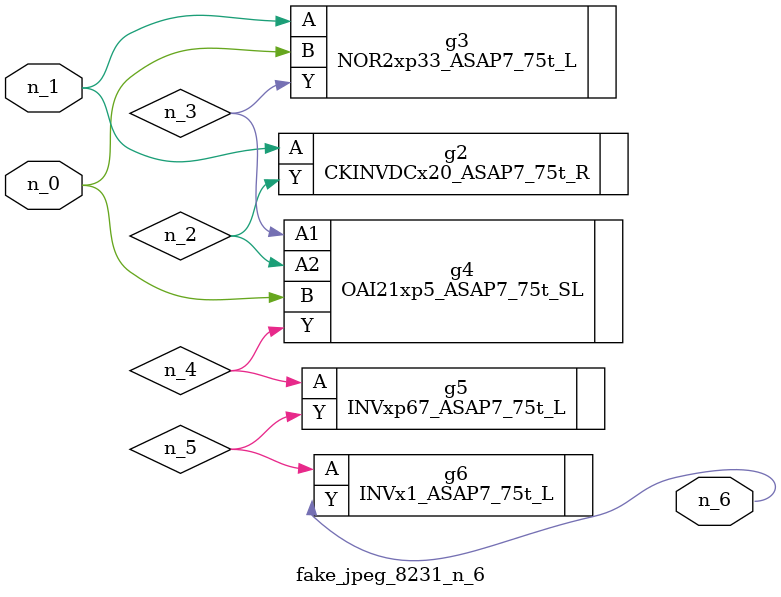
<source format=v>
module fake_jpeg_8231_n_6 (n_0, n_1, n_6);

input n_0;
input n_1;

output n_6;

wire n_2;
wire n_3;
wire n_4;
wire n_5;

CKINVDCx20_ASAP7_75t_R g2 ( 
.A(n_1),
.Y(n_2)
);

NOR2xp33_ASAP7_75t_L g3 ( 
.A(n_1),
.B(n_0),
.Y(n_3)
);

OAI21xp5_ASAP7_75t_SL g4 ( 
.A1(n_3),
.A2(n_2),
.B(n_0),
.Y(n_4)
);

INVxp67_ASAP7_75t_L g5 ( 
.A(n_4),
.Y(n_5)
);

INVx1_ASAP7_75t_L g6 ( 
.A(n_5),
.Y(n_6)
);


endmodule
</source>
